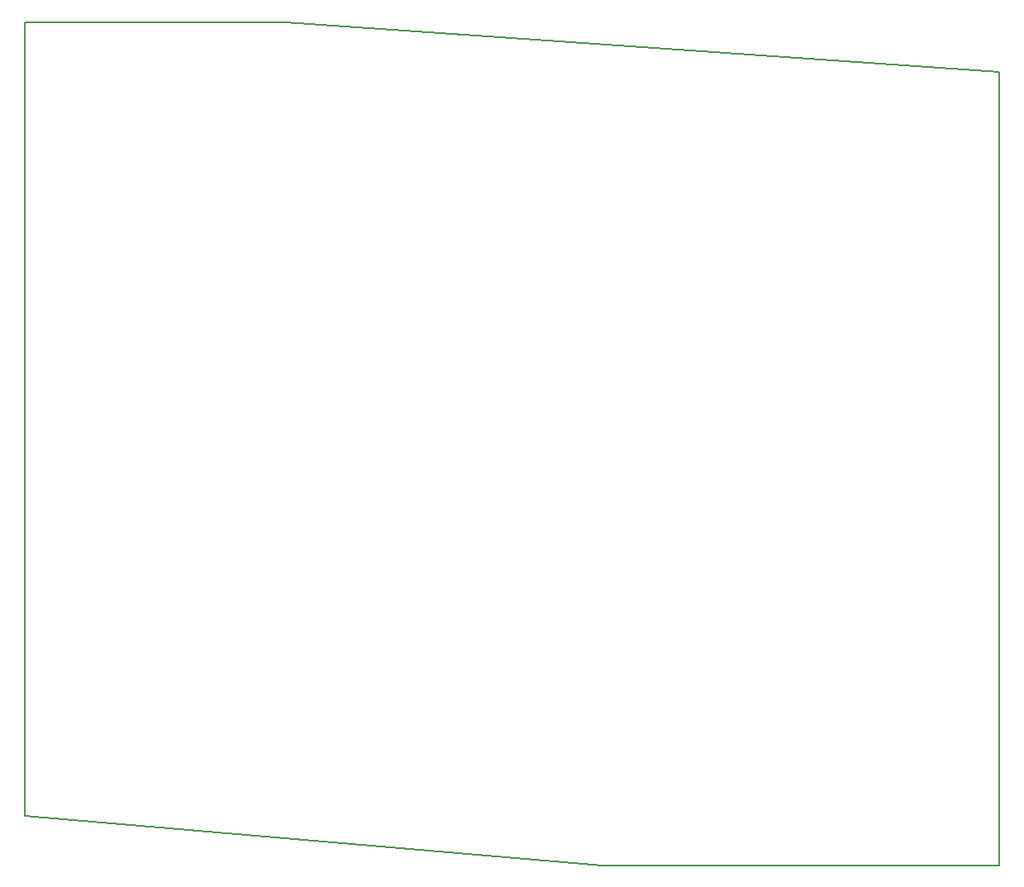
<source format=gbr>
G04 #@! TF.GenerationSoftware,KiCad,Pcbnew,5.0.2+dfsg1-1~bpo9+1*
G04 #@! TF.CreationDate,2019-02-28T23:47:22+09:00*
G04 #@! TF.ProjectId,wabisabi,77616269-7361-4626-992e-6b696361645f,rev?*
G04 #@! TF.SameCoordinates,Original*
G04 #@! TF.FileFunction,Profile,NP*
%FSLAX46Y46*%
G04 Gerber Fmt 4.6, Leading zero omitted, Abs format (unit mm)*
G04 Created by KiCad (PCBNEW 5.0.2+dfsg1-1~bpo9+1) date 2019年02月28日 23時47分22秒*
%MOMM*%
%LPD*%
G01*
G04 APERTURE LIST*
%ADD10C,0.150000*%
G04 APERTURE END LIST*
D10*
X113665000Y-49530000D02*
X186690000Y-54610000D01*
X186690000Y-135890000D02*
X186690000Y-54610000D01*
X86995000Y-49530000D02*
X113665000Y-49530000D01*
X86995000Y-130810000D02*
X86995000Y-49530000D01*
X146050000Y-135890000D02*
X186690000Y-135890000D01*
X86995000Y-130810000D02*
X146050000Y-135890000D01*
M02*

</source>
